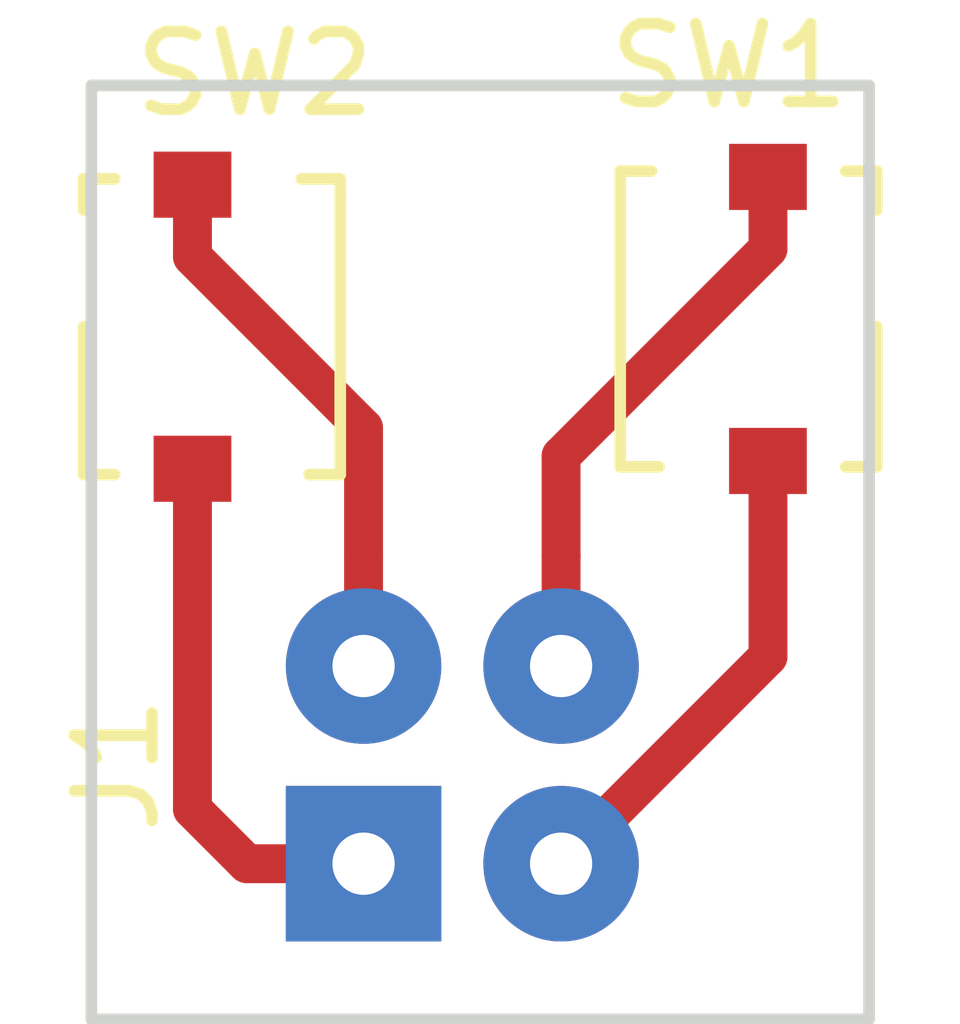
<source format=kicad_pcb>
(kicad_pcb (version 20171130) (host pcbnew 5.0.2-bee76a0~70~ubuntu18.04.1)

  (general
    (thickness 1.6)
    (drawings 4)
    (tracks 14)
    (zones 0)
    (modules 3)
    (nets 5)
  )

  (page A4)
  (layers
    (0 F.Cu signal)
    (31 B.Cu signal)
    (32 B.Adhes user)
    (33 F.Adhes user)
    (34 B.Paste user)
    (35 F.Paste user)
    (36 B.SilkS user)
    (37 F.SilkS user)
    (38 B.Mask user)
    (39 F.Mask user)
    (40 Dwgs.User user)
    (41 Cmts.User user)
    (42 Eco1.User user)
    (43 Eco2.User user)
    (44 Edge.Cuts user)
    (45 Margin user)
    (46 B.CrtYd user)
    (47 F.CrtYd user)
    (48 B.Fab user)
    (49 F.Fab user)
  )

  (setup
    (last_trace_width 0.5)
    (trace_clearance 0.5)
    (zone_clearance 0.508)
    (zone_45_only no)
    (trace_min 0.2)
    (segment_width 0.2)
    (edge_width 0.15)
    (via_size 0.8)
    (via_drill 0.4)
    (via_min_size 0.4)
    (via_min_drill 0.3)
    (uvia_size 0.3)
    (uvia_drill 0.1)
    (uvias_allowed no)
    (uvia_min_size 0.2)
    (uvia_min_drill 0.1)
    (pcb_text_width 0.3)
    (pcb_text_size 1.5 1.5)
    (mod_edge_width 0.15)
    (mod_text_size 1 1)
    (mod_text_width 0.15)
    (pad_size 1.524 1.524)
    (pad_drill 0.762)
    (pad_to_mask_clearance 0.051)
    (solder_mask_min_width 0.25)
    (aux_axis_origin 0 0)
    (visible_elements FFFFFF7F)
    (pcbplotparams
      (layerselection 0x010fc_ffffffff)
      (usegerberextensions false)
      (usegerberattributes false)
      (usegerberadvancedattributes false)
      (creategerberjobfile false)
      (excludeedgelayer true)
      (linewidth 0.100000)
      (plotframeref false)
      (viasonmask false)
      (mode 1)
      (useauxorigin false)
      (hpglpennumber 1)
      (hpglpenspeed 20)
      (hpglpendiameter 15.000000)
      (psnegative false)
      (psa4output false)
      (plotreference true)
      (plotvalue true)
      (plotinvisibletext false)
      (padsonsilk false)
      (subtractmaskfromsilk false)
      (outputformat 1)
      (mirror false)
      (drillshape 1)
      (scaleselection 1)
      (outputdirectory ""))
  )

  (net 0 "")
  (net 1 "Net-(J1-Pad3)")
  (net 2 "Net-(J1-Pad4)")
  (net 3 "Net-(J1-Pad1)")
  (net 4 "Net-(J1-Pad2)")

  (net_class Default "This is the default net class."
    (clearance 0.5)
    (trace_width 0.5)
    (via_dia 0.8)
    (via_drill 0.4)
    (uvia_dia 0.3)
    (uvia_drill 0.1)
    (add_net "Net-(J1-Pad1)")
    (add_net "Net-(J1-Pad2)")
    (add_net "Net-(J1-Pad3)")
    (add_net "Net-(J1-Pad4)")
  )

  (module mylib:Detector_SW_2pin_left (layer F.Cu) (tedit 5CC1920E) (tstamp 5CC196C3)
    (at 164.7 76 270)
    (path /5CC06EC4)
    (attr smd)
    (fp_text reference SW1 (at -3.25 0.5) (layer F.SilkS)
      (effects (font (size 1 1) (thickness 0.15)))
    )
    (fp_text value SW_SPST (at -0.5 -4.5 270) (layer F.Fab) hide
      (effects (font (size 1 1) (thickness 0.15)))
    )
    (fp_line (start 0 -1.25) (end 1.75 -1.25) (layer F.Fab) (width 0.15))
    (fp_line (start 1.75 -1.25) (end 1.75 1.75) (layer F.Fab) (width 0.15))
    (fp_line (start 1.75 1.75) (end -1.75 1.75) (layer F.Fab) (width 0.15))
    (fp_line (start -1.75 1.75) (end -1.75 -1.25) (layer F.Fab) (width 0.15))
    (fp_line (start -1.75 -1.25) (end -0.025 -1.25) (layer F.Fab) (width 0.15))
    (fp_line (start -1.275 -1.275) (end -0.175 -2.225) (layer F.Fab) (width 0.15))
    (fp_line (start -0.175 -2.225) (end -0.175 -1.3) (layer F.Fab) (width 0.15))
    (fp_line (start 0.1 -1.4) (end 1.8 -1.4) (layer F.SilkS) (width 0.15))
    (fp_line (start -1.8 1.9) (end 1.7 1.9) (layer F.SilkS) (width 0.15))
    (fp_line (start -1.4 -1.4) (end -1.9 -1.4) (layer F.SilkS) (width 0.15))
    (fp_line (start -1.9 -1.4) (end -1.9 -1) (layer F.SilkS) (width 0.15))
    (fp_line (start -1.9 1.5) (end -1.9 1.9) (layer F.SilkS) (width 0.15))
    (fp_line (start -1.9 1.9) (end -1.8 1.9) (layer F.SilkS) (width 0.15))
    (fp_line (start 1.9 1.4) (end 1.9 1.9) (layer F.SilkS) (width 0.15))
    (fp_line (start 1.9 1.9) (end 1.7 1.9) (layer F.SilkS) (width 0.15))
    (fp_line (start 1.8 -1.4) (end 1.9 -1.4) (layer F.SilkS) (width 0.15))
    (fp_line (start 1.9 -1.4) (end 1.9 -1) (layer F.SilkS) (width 0.15))
    (fp_line (start -2 -2.4) (end 2 -2.4) (layer F.CrtYd) (width 0.15))
    (fp_line (start 2 -2.4) (end 2.5 -2.4) (layer F.CrtYd) (width 0.15))
    (fp_line (start 2.5 -2.4) (end 2.5 2) (layer F.CrtYd) (width 0.15))
    (fp_line (start 2.5 2) (end -2.3 2) (layer F.CrtYd) (width 0.15))
    (fp_line (start -2.3 2) (end -2.4 2) (layer F.CrtYd) (width 0.15))
    (fp_line (start -2.4 2) (end -2.5 2) (layer F.CrtYd) (width 0.15))
    (fp_line (start -2.5 2) (end -2.5 -2.4) (layer F.CrtYd) (width 0.15))
    (fp_line (start -2.5 -2.4) (end -2 -2.4) (layer F.CrtYd) (width 0.15))
    (fp_text user REF** (at 0.1 -0.7 270) (layer F.Fab)
      (effects (font (size 0.5 0.5) (thickness 0.05)))
    )
    (pad 1 smd rect (at -1.825 0 270) (size 0.85 1) (layers F.Cu F.Paste F.Mask)
      (net 2 "Net-(J1-Pad4)"))
    (pad 2 smd rect (at 1.825 0 270) (size 0.85 1) (layers F.Cu F.Paste F.Mask)
      (net 1 "Net-(J1-Pad3)"))
  )

  (module mylib:Detector_SW_2pin_right (layer F.Cu) (tedit 5CC1920A) (tstamp 5CC1954A)
    (at 157.3 76.1 90)
    (path /5CC05850)
    (attr smd)
    (fp_text reference SW2 (at 3.25 0.8 180) (layer F.SilkS)
      (effects (font (size 1 1) (thickness 0.15)))
    )
    (fp_text value SW_SPST (at -0.5 -4.5 90) (layer F.Fab) hide
      (effects (font (size 1 1) (thickness 0.15)))
    )
    (fp_text user REF** (at 0.1 -0.7 90) (layer F.Fab)
      (effects (font (size 0.5 0.5) (thickness 0.05)))
    )
    (fp_line (start -2.5 -2.4) (end -2 -2.4) (layer F.CrtYd) (width 0.15))
    (fp_line (start -2.5 2) (end -2.5 -2.4) (layer F.CrtYd) (width 0.15))
    (fp_line (start -2.4 2) (end -2.5 2) (layer F.CrtYd) (width 0.15))
    (fp_line (start -2.3 2) (end -2.4 2) (layer F.CrtYd) (width 0.15))
    (fp_line (start 2.5 2) (end -2.3 2) (layer F.CrtYd) (width 0.15))
    (fp_line (start 2.5 -2.4) (end 2.5 2) (layer F.CrtYd) (width 0.15))
    (fp_line (start 2 -2.4) (end 2.5 -2.4) (layer F.CrtYd) (width 0.15))
    (fp_line (start -2 -2.4) (end 2 -2.4) (layer F.CrtYd) (width 0.15))
    (fp_line (start 1.9 1.9) (end 1.7 1.9) (layer F.SilkS) (width 0.15))
    (fp_line (start 1.9 1.4) (end 1.9 1.9) (layer F.SilkS) (width 0.15))
    (fp_line (start -1.9 1.9) (end -1.8 1.9) (layer F.SilkS) (width 0.15))
    (fp_line (start -1.9 1.5) (end -1.9 1.9) (layer F.SilkS) (width 0.15))
    (fp_line (start -1.9 -1.4) (end -1.9 -1) (layer F.SilkS) (width 0.15))
    (fp_line (start -1.4 -1.4) (end -1.9 -1.4) (layer F.SilkS) (width 0.15))
    (fp_line (start -1.8 1.9) (end 1.7 1.9) (layer F.SilkS) (width 0.15))
    (fp_line (start -1.75 -1.25) (end -0.025 -1.25) (layer F.Fab) (width 0.15))
    (fp_line (start -1.75 1.75) (end -1.75 -1.25) (layer F.Fab) (width 0.15))
    (fp_line (start 1.75 1.75) (end -1.75 1.75) (layer F.Fab) (width 0.15))
    (fp_line (start 1.75 -1.25) (end 1.75 1.75) (layer F.Fab) (width 0.15))
    (fp_line (start 0 -1.25) (end 1.75 -1.25) (layer F.Fab) (width 0.15))
    (fp_line (start 1.3 -1.3) (end 0.3 -2.2) (layer F.Fab) (width 0.15))
    (fp_line (start 0.3 -2.2) (end 0.3 -1.3) (layer F.Fab) (width 0.15))
    (fp_line (start 1.5 -1.4) (end 1.9 -1.4) (layer F.SilkS) (width 0.15))
    (fp_line (start 1.9 -1.4) (end 1.9 -1) (layer F.SilkS) (width 0.15))
    (fp_line (start -1.4 -1.4) (end 0 -1.4) (layer F.SilkS) (width 0.15))
    (pad 2 smd rect (at 1.825 0 90) (size 0.85 1) (layers F.Cu F.Paste F.Mask)
      (net 4 "Net-(J1-Pad2)"))
    (pad 1 smd rect (at -1.825 0 90) (size 0.85 1) (layers F.Cu F.Paste F.Mask)
      (net 3 "Net-(J1-Pad1)"))
  )

  (module Connector_Wire:SolderWirePad_2x02_P2.54mm_Drill0.8mm (layer F.Cu) (tedit 5CC19A85) (tstamp 5CC19AAA)
    (at 159.5 83 90)
    (descr "Wire solder connection")
    (tags connector)
    (path /5CC19B02)
    (attr virtual)
    (fp_text reference J1 (at 1.27 -3.175 90) (layer F.SilkS)
      (effects (font (size 1 1) (thickness 0.15)))
    )
    (fp_text value Conn_02x02_Top_Bottom (at 1.27 5.08 90) (layer F.Fab) hide
      (effects (font (size 1 1) (thickness 0.15)))
    )
    (fp_text user %R (at 1.27 1.27 90) (layer F.Fab)
      (effects (font (size 1 1) (thickness 0.15)))
    )
    (fp_line (start -1.5 -1.5) (end 4.04 -1.5) (layer F.CrtYd) (width 0.05))
    (fp_line (start -1.5 -1.5) (end -1.5 4.04) (layer F.CrtYd) (width 0.05))
    (fp_line (start 4.04 4.04) (end 4.04 -1.5) (layer F.CrtYd) (width 0.05))
    (fp_line (start 4.04 4.04) (end -1.5 4.04) (layer F.CrtYd) (width 0.05))
    (pad 3 thru_hole circle (at 0 2.54 90) (size 1.99898 1.99898) (drill 0.8001) (layers *.Cu *.Mask)
      (net 1 "Net-(J1-Pad3)"))
    (pad 4 thru_hole circle (at 2.54 2.54 90) (size 1.99898 1.99898) (drill 0.8001) (layers *.Cu *.Mask)
      (net 2 "Net-(J1-Pad4)"))
    (pad 1 thru_hole rect (at 0 0 90) (size 1.99898 1.99898) (drill 0.8001) (layers *.Cu *.Mask)
      (net 3 "Net-(J1-Pad1)"))
    (pad 2 thru_hole circle (at 2.54 0 90) (size 1.99898 1.99898) (drill 0.8001) (layers *.Cu *.Mask)
      (net 4 "Net-(J1-Pad2)"))
  )

  (gr_line (start 156 85) (end 156 73) (layer Edge.Cuts) (width 0.15))
  (gr_line (start 166 85) (end 156 85) (layer Edge.Cuts) (width 0.15))
  (gr_line (start 166 73) (end 166 85) (layer Edge.Cuts) (width 0.15))
  (gr_line (start 156 73) (end 166 73) (layer Edge.Cuts) (width 0.15))

  (segment (start 164.7 80.34) (end 162.04 83) (width 0.5) (layer F.Cu) (net 1))
  (segment (start 164.7 77.825) (end 164.7 80.34) (width 0.5) (layer F.Cu) (net 1))
  (segment (start 164.7 74.175) (end 164.625 74.175) (width 0.25) (layer F.Cu) (net 2))
  (segment (start 162.04 77.76) (end 162.04 79.046508) (width 0.5) (layer F.Cu) (net 2))
  (segment (start 164.7 75.1) (end 162.04 77.76) (width 0.5) (layer F.Cu) (net 2))
  (segment (start 162.04 79.046508) (end 162.04 80.46) (width 0.5) (layer F.Cu) (net 2))
  (segment (start 164.7 74.175) (end 164.7 75.1) (width 0.5) (layer F.Cu) (net 2))
  (segment (start 158.00051 83) (end 159.5 83) (width 0.5) (layer F.Cu) (net 3))
  (segment (start 157.3 82.29949) (end 158.00051 83) (width 0.5) (layer F.Cu) (net 3))
  (segment (start 157.3 77.925) (end 157.3 82.29949) (width 0.5) (layer F.Cu) (net 3))
  (segment (start 159.5 79.046508) (end 159.5 80.46) (width 0.5) (layer F.Cu) (net 4))
  (segment (start 159.5 77.4) (end 159.5 79.046508) (width 0.5) (layer F.Cu) (net 4))
  (segment (start 157.3 75.2) (end 159.5 77.4) (width 0.5) (layer F.Cu) (net 4))
  (segment (start 157.3 74.275) (end 157.3 75.2) (width 0.5) (layer F.Cu) (net 4))

)

</source>
